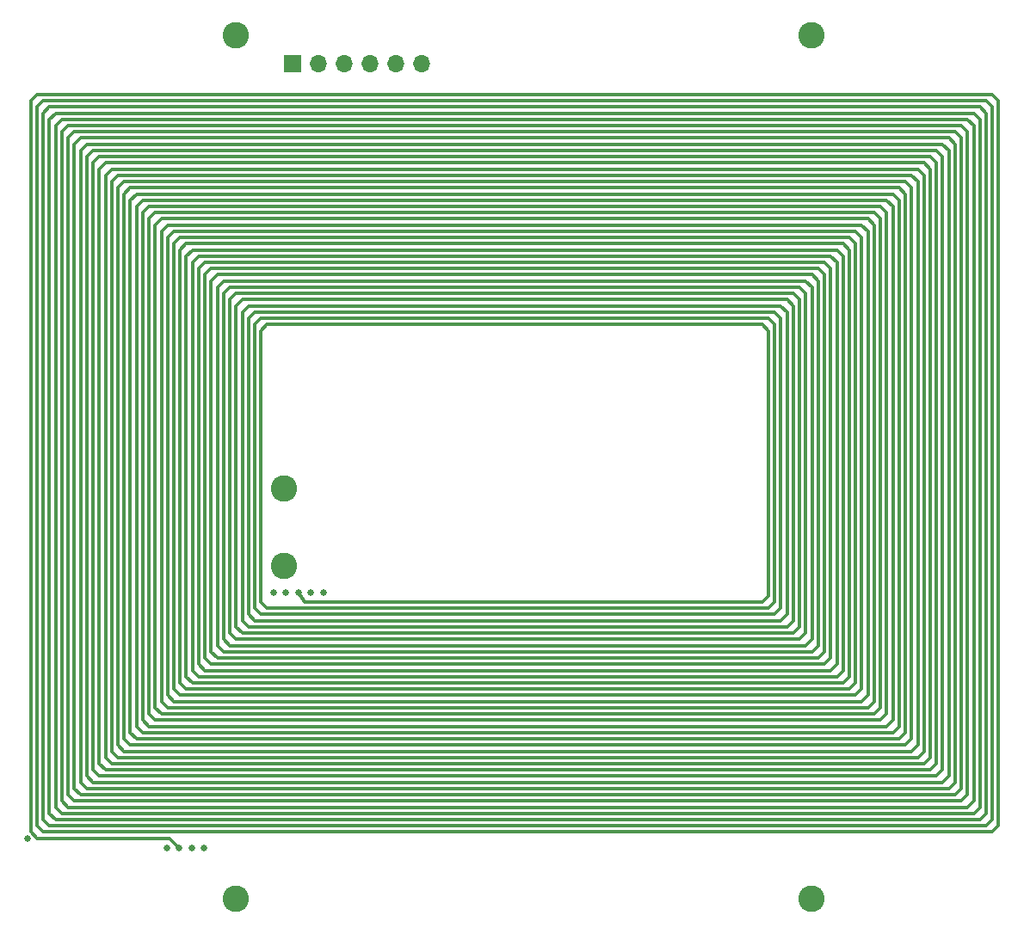
<source format=gbr>
%TF.GenerationSoftware,KiCad,Pcbnew,(6.0.5)*%
%TF.CreationDate,2022-08-19T16:14:06-07:00*%
%TF.ProjectId,Coil_Panels_Z,436f696c-5f50-4616-9e65-6c735f5a2e6b,rev?*%
%TF.SameCoordinates,Original*%
%TF.FileFunction,Copper,L3,Inr*%
%TF.FilePolarity,Positive*%
%FSLAX46Y46*%
G04 Gerber Fmt 4.6, Leading zero omitted, Abs format (unit mm)*
G04 Created by KiCad (PCBNEW (6.0.5)) date 2022-08-19 16:14:06*
%MOMM*%
%LPD*%
G01*
G04 APERTURE LIST*
%TA.AperFunction,ComponentPad*%
%ADD10C,2.600000*%
%TD*%
%TA.AperFunction,ComponentPad*%
%ADD11R,1.700000X1.700000*%
%TD*%
%TA.AperFunction,ComponentPad*%
%ADD12O,1.700000X1.700000*%
%TD*%
%TA.AperFunction,ViaPad*%
%ADD13C,0.650000*%
%TD*%
%TA.AperFunction,Conductor*%
%ADD14C,0.306000*%
%TD*%
G04 APERTURE END LIST*
D10*
%TO.N,unconnected-(H1-Pad1)*%
%TO.C,H1*%
X119708000Y-136558000D03*
%TD*%
%TO.N,Coil_IN*%
%TO.C,TP1*%
X124500000Y-96190000D03*
X124500000Y-103810000D03*
%TD*%
D11*
%TO.N,Net-(J1-Pad1)*%
%TO.C,J1*%
X125310000Y-54370000D03*
D12*
%TO.N,Net-(J1-Pad2)*%
X127850000Y-54370000D03*
%TO.N,Net-(J1-Pad3)*%
X130390000Y-54370000D03*
%TO.N,Net-(J1-Pad4)*%
X132930000Y-54370000D03*
%TO.N,Net-(J1-Pad5)*%
X135470000Y-54370000D03*
%TO.N,Net-(J1-Pad6)*%
X138010000Y-54370000D03*
%TD*%
D10*
%TO.N,unconnected-(H4-Pad1)*%
%TO.C,H4*%
X176382000Y-136558000D03*
%TD*%
%TO.N,unconnected-(H2-Pad1)*%
%TO.C,H2*%
X119708000Y-51558000D03*
%TD*%
%TO.N,unconnected-(H3-Pad1)*%
%TO.C,H3*%
X176382000Y-51558000D03*
%TD*%
D13*
%TO.N,Coil_IN*%
X124656000Y-106452799D03*
X125880000Y-106452799D03*
X112930000Y-131544800D03*
X128328000Y-106452799D03*
X115378000Y-131544800D03*
X116602000Y-131544800D03*
X99260000Y-130650000D03*
X114154000Y-131544800D03*
X123432000Y-106452799D03*
X127104000Y-106452799D03*
%TD*%
D14*
%TO.N,Coil_IN*%
X120372000Y-77598800D02*
X173980000Y-77598800D01*
X183772000Y-118386800D02*
X183160000Y-118998800D01*
X109356000Y-67806800D02*
X109968000Y-67194800D01*
X173980000Y-108594800D02*
X173368000Y-109206800D01*
X106908000Y-65358800D02*
X107520000Y-64746800D01*
X113640000Y-70866800D02*
X180712000Y-70866800D01*
X186832000Y-65970800D02*
X186832000Y-121446800D01*
X100176000Y-58626800D02*
X100176000Y-129402800D01*
X173980000Y-77598800D02*
X174592000Y-78210800D01*
X192952000Y-127566800D02*
X192340000Y-128178800D01*
X115475999Y-72702800D02*
X178876000Y-72702800D01*
X180712000Y-116550800D02*
X114252000Y-116550800D01*
X119760000Y-78210800D02*
X119760000Y-109818800D01*
X103848000Y-62298800D02*
X104460000Y-61686800D01*
X191728000Y-127566800D02*
X103236000Y-127566800D01*
X178264000Y-73314800D02*
X178876000Y-73926799D01*
X189280000Y-62298800D02*
X189892000Y-62910800D01*
X171532000Y-80046800D02*
X172144000Y-80658799D01*
X177040000Y-111654800D02*
X176428000Y-112266800D01*
X181324000Y-117162800D02*
X113640000Y-117162800D01*
X188668000Y-123282800D02*
X188056000Y-123894800D01*
X194176000Y-128790800D02*
X193564000Y-129402800D01*
X173368000Y-79434799D02*
X173368000Y-107982800D01*
X104460000Y-62910800D02*
X105072000Y-62298800D01*
X100176000Y-57402800D02*
X194176000Y-57402800D01*
X105684000Y-125118800D02*
X105072000Y-124506800D01*
X101400000Y-58626800D02*
X192951999Y-58626800D01*
X194176000Y-130014800D02*
X100788000Y-130014800D01*
X110580000Y-120222800D02*
X109968000Y-119610800D01*
X114252000Y-72702799D02*
X114864000Y-72090799D01*
X192340000Y-126954800D02*
X191728000Y-127566800D01*
X192340000Y-59238800D02*
X192952000Y-59850800D01*
X172144000Y-107982800D02*
X122820000Y-107982800D01*
X189279999Y-123894800D02*
X188668000Y-124506800D01*
X177040000Y-75762799D02*
X177040000Y-111654800D01*
X174592000Y-78210800D02*
X174592000Y-109206800D01*
X102624000Y-128178800D02*
X102012000Y-127566800D01*
X106296000Y-63522800D02*
X188056000Y-63522800D01*
X111804000Y-70254800D02*
X112415999Y-69642800D01*
X105683999Y-62910800D02*
X188668000Y-62910800D01*
X182548000Y-118386800D02*
X112416000Y-118386800D01*
X118536000Y-112266800D02*
X117924000Y-111654800D01*
X114864000Y-115938800D02*
X114252000Y-115326800D01*
X114864000Y-72090799D02*
X179487999Y-72090799D01*
X179487999Y-73314800D02*
X179487999Y-114102800D01*
X116088000Y-73314800D02*
X178264000Y-73314800D01*
X174592000Y-109206800D02*
X173980000Y-109818800D01*
X105072000Y-125730800D02*
X104460000Y-125118800D01*
X186219999Y-120834800D02*
X185608000Y-121446800D01*
X191728000Y-126342800D02*
X191116000Y-126954800D01*
X175204000Y-111042800D02*
X119760000Y-111042800D01*
X182548000Y-69030800D02*
X183159999Y-69642800D01*
X172755999Y-80046800D02*
X172755999Y-107370800D01*
X119148000Y-77598800D02*
X119760000Y-76986800D01*
X185608000Y-120222800D02*
X184996000Y-120834800D01*
X177652000Y-73926800D02*
X178264000Y-74538800D01*
X184996000Y-67806800D02*
X184996000Y-119610800D01*
X105072000Y-63522800D02*
X105683999Y-62910800D01*
X181324000Y-115938800D02*
X180712000Y-116550800D01*
X181936000Y-70866800D02*
X181936000Y-116550800D01*
X111192000Y-69642800D02*
X111192000Y-118386800D01*
X180100000Y-115938800D02*
X114864000Y-115938800D01*
X192951999Y-128790800D02*
X102012000Y-128790800D01*
X106296000Y-124506800D02*
X105684000Y-123894800D01*
X188668000Y-62910800D02*
X189279999Y-63522800D01*
X173980000Y-78822800D02*
X173980000Y-108594800D01*
X122820000Y-80046800D02*
X171532000Y-80046800D01*
X193563999Y-59238800D02*
X193563999Y-128178800D01*
X191728000Y-61074800D02*
X191728000Y-126342800D01*
X178264000Y-112878800D02*
X177652000Y-113490800D01*
X183160000Y-68418800D02*
X183772000Y-69030800D01*
X109356000Y-66582800D02*
X184996000Y-66582800D01*
X120372000Y-78822800D02*
X120984000Y-78210800D01*
X108744000Y-67194800D02*
X108744000Y-120834800D01*
X121596000Y-78822800D02*
X172756000Y-78822800D01*
X177652000Y-112266800D02*
X177040000Y-112878800D01*
X122820000Y-107982800D02*
X122208000Y-107370800D01*
X119148000Y-76374800D02*
X175204000Y-76374800D01*
X184384000Y-118998800D02*
X183772000Y-119610800D01*
X173980000Y-109818800D02*
X120984000Y-109818800D01*
X109968000Y-68418800D02*
X109968000Y-119610800D01*
X186832000Y-121446800D02*
X186220000Y-122058800D01*
X121596000Y-109206800D02*
X120984000Y-108594800D01*
X183772000Y-119610800D02*
X111192000Y-119610800D01*
X117312000Y-75762799D02*
X117924000Y-75150800D01*
X175816000Y-111654800D02*
X119148000Y-111654800D01*
X103236000Y-60462800D02*
X191116000Y-60462800D01*
X179487999Y-114102800D02*
X178876000Y-114714800D01*
X176428000Y-75150800D02*
X177040000Y-75762799D01*
X172144000Y-80658799D02*
X172144000Y-106758800D01*
X110580000Y-69030800D02*
X111192000Y-68418800D01*
X108743999Y-65970800D02*
X185608000Y-65970800D01*
X191116000Y-61686800D02*
X191116000Y-125730800D01*
X113236000Y-130626800D02*
X114154000Y-131544800D01*
X111804000Y-69030800D02*
X182548000Y-69030800D01*
X110580000Y-69030800D02*
X110580000Y-118998800D01*
X105684000Y-64134800D02*
X105684000Y-123894800D01*
X99564000Y-58014800D02*
X100176000Y-57402800D01*
X187444000Y-123282800D02*
X107520000Y-123282800D01*
X112416000Y-70866800D02*
X112416000Y-117162800D01*
X192340000Y-128178800D02*
X102624000Y-128178800D01*
X99564000Y-58014800D02*
X99564000Y-130014800D01*
X194788000Y-58014800D02*
X194788000Y-129402800D01*
X120984000Y-79434799D02*
X120984000Y-108594800D01*
X180712000Y-70866800D02*
X181324000Y-71478800D01*
X116088000Y-114714800D02*
X115476000Y-114102800D01*
X107520000Y-123282800D02*
X106908000Y-122670800D01*
X182548000Y-117162800D02*
X181936000Y-117774800D01*
X172755999Y-107370800D02*
X172144000Y-107982800D01*
X99564000Y-130014800D02*
X100176000Y-130626800D01*
X174592000Y-76986800D02*
X175204000Y-77598800D01*
X193563999Y-128178800D02*
X192951999Y-128790800D01*
X103848000Y-126954800D02*
X103236000Y-126342800D01*
X116088000Y-74538800D02*
X116088000Y-113490800D01*
X100176000Y-130626800D02*
X113236000Y-130626800D01*
X171532000Y-107370800D02*
X126492000Y-107370800D01*
X116700000Y-114102800D02*
X116088000Y-113490800D01*
X103848000Y-62298800D02*
X103848000Y-125730800D01*
X117312000Y-74538800D02*
X177040000Y-74538800D01*
X119760000Y-76986800D02*
X174592000Y-76986800D01*
X192952000Y-59850800D02*
X192952000Y-127566800D01*
X177040000Y-112878800D02*
X117924000Y-112878800D01*
X119760000Y-78210800D02*
X120372000Y-77598800D01*
X102624000Y-61074800D02*
X103236000Y-60462800D01*
X103236000Y-61686800D02*
X103848000Y-61074800D01*
X102624000Y-61074800D02*
X102624000Y-126954800D01*
X102012000Y-128790800D02*
X101400000Y-128178800D01*
X179487999Y-115326800D02*
X115476000Y-115326800D01*
X116700000Y-73926800D02*
X177652000Y-73926800D01*
X173368000Y-78210800D02*
X173980000Y-78822800D01*
X106296000Y-64746800D02*
X106908000Y-64134800D01*
X120984000Y-109818800D02*
X120372000Y-109206800D01*
X119760000Y-111042800D02*
X119148000Y-110430800D01*
X105072000Y-63522800D02*
X105072000Y-124506800D01*
X172756000Y-108594800D02*
X122208000Y-108594800D01*
X181324000Y-71478800D02*
X181324000Y-115938800D01*
X184996000Y-66582800D02*
X185608000Y-67194800D01*
X115476000Y-73926799D02*
X116088000Y-73314800D01*
X194176000Y-58626800D02*
X194176000Y-128790800D01*
X176428000Y-112266800D02*
X118536000Y-112266800D01*
X116700000Y-75150800D02*
X116700000Y-112878800D01*
X189280000Y-125118800D02*
X105684000Y-125118800D01*
X109356000Y-121446800D02*
X108744000Y-120834800D01*
X172144000Y-79434800D02*
X172755999Y-80046800D01*
X108132000Y-66582800D02*
X108132000Y-121446800D01*
X190504000Y-125118800D02*
X189892000Y-125730800D01*
X186220000Y-122058800D02*
X108744000Y-122058800D01*
X109968000Y-120834800D02*
X109356000Y-120222800D01*
X109356000Y-67806800D02*
X109356000Y-120222800D01*
X115476000Y-115326800D02*
X114864000Y-114714800D01*
X108132000Y-65358800D02*
X186220000Y-65358800D01*
X186832000Y-64746800D02*
X187444000Y-65358800D01*
X180099999Y-114714800D02*
X179487999Y-115326800D01*
X101400000Y-129402800D02*
X100788000Y-128790800D01*
X100788000Y-58014800D02*
X193564000Y-58014800D01*
X105072000Y-62298800D02*
X189280000Y-62298800D01*
X183160000Y-118998800D02*
X111804000Y-118998800D01*
X190504000Y-126342800D02*
X104460000Y-126342800D01*
X104460000Y-61686800D02*
X189892000Y-61686800D01*
X104460000Y-126342800D02*
X103848000Y-125730800D01*
X188056000Y-123894800D02*
X106908000Y-123894800D01*
X192951999Y-58626800D02*
X193563999Y-59238800D01*
X175204000Y-109818800D02*
X174592000Y-110430800D01*
X191116000Y-126954800D02*
X103848000Y-126954800D01*
X182548000Y-70254800D02*
X182548000Y-117162800D01*
X185608000Y-65970800D02*
X186219999Y-66582800D01*
X185608000Y-67194800D02*
X185608000Y-120222800D01*
X184384000Y-67194800D02*
X184996000Y-67806800D01*
X178876000Y-73926799D02*
X178876000Y-113490800D01*
X188056000Y-122670800D02*
X187444000Y-123282800D01*
X194788000Y-129402800D02*
X194176000Y-130014800D01*
X101400000Y-59850800D02*
X102011999Y-59238800D01*
X107520000Y-64746800D02*
X186832000Y-64746800D01*
X100176000Y-58626800D02*
X100788000Y-58014800D01*
X181936000Y-116550800D02*
X181324000Y-117162800D01*
X194176000Y-57402800D02*
X194788000Y-58014800D01*
X107520000Y-65970800D02*
X108132000Y-65358800D01*
X178876000Y-114714800D02*
X116088000Y-114714800D01*
X122207999Y-79434800D02*
X172144000Y-79434800D01*
X104460000Y-62910800D02*
X104460000Y-125118800D01*
X189892000Y-125730800D02*
X105072000Y-125730800D01*
X113028000Y-117774800D02*
X112416000Y-117162800D01*
X126492000Y-107370800D02*
X125880000Y-106452799D01*
X113640000Y-117162800D02*
X113028000Y-116550800D01*
X110580000Y-67806800D02*
X183772000Y-67806800D01*
X177652000Y-113490800D02*
X117312000Y-113490800D01*
X181936000Y-69642800D02*
X182548000Y-70254800D01*
X114864000Y-73314800D02*
X115475999Y-72702800D01*
X118536000Y-75762800D02*
X175816000Y-75762800D01*
X114864000Y-73314800D02*
X114864000Y-114714800D01*
X100788000Y-59238800D02*
X101400000Y-58626800D01*
X176427999Y-111042800D02*
X175816000Y-111654800D01*
X108132000Y-66582800D02*
X108743999Y-65970800D01*
X187444000Y-122058800D02*
X186832000Y-122670800D01*
X175816000Y-75762800D02*
X176427999Y-76374800D01*
X111192000Y-69642800D02*
X111804000Y-69030800D01*
X111804000Y-118998800D02*
X111192000Y-118386800D01*
X172144000Y-106758800D02*
X171532000Y-107370800D01*
X103236000Y-61686800D02*
X103236000Y-126342800D01*
X186832000Y-122670800D02*
X108132000Y-122670800D01*
X180712000Y-115326800D02*
X180100000Y-115938800D01*
X189892000Y-124506800D02*
X189280000Y-125118800D01*
X185608000Y-121446800D02*
X109356000Y-121446800D01*
X106908000Y-65358800D02*
X106908000Y-122670800D01*
X113028000Y-70254800D02*
X181324000Y-70254800D01*
X107520000Y-65970800D02*
X107520000Y-122058800D01*
X184384000Y-68418800D02*
X184384000Y-118998800D01*
X173368000Y-107982800D02*
X172756000Y-108594800D01*
X175816000Y-110430800D02*
X175204000Y-111042800D01*
X121596000Y-80046800D02*
X122207999Y-79434800D01*
X113640000Y-72090799D02*
X114252000Y-71478800D01*
X179487999Y-72090799D02*
X180099999Y-72702799D01*
X117924000Y-76374800D02*
X117924000Y-111654800D01*
X175204000Y-76374800D02*
X175816000Y-76986800D01*
X122208000Y-80658799D02*
X122820000Y-80046800D01*
X181936000Y-117774800D02*
X113028000Y-117774800D01*
X117312000Y-113490800D02*
X116700000Y-112878800D01*
X120984000Y-78210800D02*
X173368000Y-78210800D01*
X186220000Y-65358800D02*
X186832000Y-65970800D01*
X102012000Y-60462800D02*
X102624000Y-59850800D01*
X184996000Y-120834800D02*
X109968000Y-120834800D01*
X183159999Y-69642800D02*
X183159999Y-117774800D01*
X117924000Y-75150800D02*
X176428000Y-75150800D01*
X101400000Y-59850800D02*
X101400000Y-128178800D01*
X117924000Y-76374800D02*
X118536000Y-75762800D01*
X187444000Y-64134800D02*
X188056000Y-64746800D01*
X113028000Y-71478800D02*
X113640000Y-70866800D01*
X120372000Y-78822800D02*
X120372000Y-109206800D01*
X112416000Y-70866800D02*
X113028000Y-70254800D01*
X100788000Y-130014800D02*
X100176000Y-129402800D01*
X172756000Y-78822800D02*
X173368000Y-79434799D01*
X178876000Y-72702800D02*
X179487999Y-73314800D01*
X112415999Y-69642800D02*
X181936000Y-69642800D01*
X115476000Y-73926799D02*
X115476000Y-114102800D01*
X183772000Y-69030800D02*
X183772000Y-118386800D01*
X178264000Y-114102800D02*
X116700000Y-114102800D01*
X192340000Y-60462800D02*
X192340000Y-126954800D01*
X190504000Y-61074800D02*
X191116000Y-61686800D01*
X109968000Y-68418800D02*
X110580000Y-67806800D01*
X175816000Y-76986800D02*
X175816000Y-110430800D01*
X120984000Y-79434799D02*
X121596000Y-78822800D01*
X191728000Y-59850800D02*
X192340000Y-60462800D01*
X114252000Y-116550800D02*
X113640000Y-115938800D01*
X188056000Y-64746800D02*
X188056000Y-122670800D01*
X102011999Y-59238800D02*
X192340000Y-59238800D01*
X183159999Y-117774800D02*
X182548000Y-118386800D01*
X181324000Y-70254800D02*
X181936000Y-70866800D01*
X113640000Y-72090799D02*
X113640000Y-115938800D01*
X189279999Y-63522800D02*
X189279999Y-123894800D01*
X188056000Y-63522800D02*
X188668000Y-64134800D01*
X102012000Y-60462800D02*
X102012000Y-127566800D01*
X180712000Y-72090799D02*
X180712000Y-115326800D01*
X117312000Y-75762799D02*
X117312000Y-112266800D01*
X189892000Y-61686800D02*
X190504000Y-62298800D01*
X102624000Y-59850800D02*
X191728000Y-59850800D01*
X106908000Y-64134800D02*
X187444000Y-64134800D01*
X193564000Y-58014800D02*
X194176000Y-58626800D01*
X190504000Y-62298800D02*
X190504000Y-125118800D01*
X178876000Y-113490800D02*
X178264000Y-114102800D01*
X114252000Y-72702799D02*
X114252000Y-115326800D01*
X118536000Y-76986800D02*
X118536000Y-111042800D01*
X114252000Y-71478800D02*
X180100000Y-71478800D01*
X122208000Y-80658799D02*
X122208000Y-107370800D01*
X105684000Y-64134800D02*
X106296000Y-63522800D01*
X109968000Y-67194800D02*
X184384000Y-67194800D01*
X187444000Y-65358800D02*
X187444000Y-122058800D01*
X106296000Y-64746800D02*
X106296000Y-123282800D01*
X175204000Y-77598800D02*
X175204000Y-109818800D01*
X119148000Y-111654800D02*
X118536000Y-111042800D01*
X116088000Y-74538800D02*
X116700000Y-73926800D01*
X191116000Y-125730800D02*
X190504000Y-126342800D01*
X177040000Y-74538800D02*
X177652000Y-75150800D01*
X119148000Y-77598800D02*
X119148000Y-110430800D01*
X111192000Y-119610800D02*
X110580000Y-118998800D01*
X121596000Y-80046800D02*
X121596000Y-107982800D01*
X186219999Y-66582800D02*
X186219999Y-120834800D01*
X103236000Y-127566800D02*
X102624000Y-126954800D01*
X189892000Y-62910800D02*
X189892000Y-124506800D01*
X191116000Y-60462800D02*
X191728000Y-61074800D01*
X188668000Y-124506800D02*
X106296000Y-124506800D01*
X122208000Y-108594800D02*
X121596000Y-107982800D01*
X112416000Y-118386800D02*
X111804000Y-117774800D01*
X184996000Y-119610800D02*
X184384000Y-120222800D01*
X108744000Y-67194800D02*
X109356000Y-66582800D01*
X177652000Y-75150800D02*
X177652000Y-112266800D01*
X118536000Y-76986800D02*
X119148000Y-76374800D01*
X108744000Y-122058800D02*
X108132000Y-121446800D01*
X174592000Y-110430800D02*
X120372000Y-110430800D01*
X111804000Y-70254800D02*
X111804000Y-117774800D01*
X120372000Y-110430800D02*
X119760000Y-109818800D01*
X106908000Y-123894800D02*
X106296000Y-123282800D01*
X111192000Y-68418800D02*
X183160000Y-68418800D01*
X117924000Y-112878800D02*
X117312000Y-112266800D01*
X188668000Y-64134800D02*
X188668000Y-123282800D01*
X176427999Y-76374800D02*
X176427999Y-111042800D01*
X180100000Y-71478800D02*
X180712000Y-72090799D01*
X173368000Y-109206800D02*
X121596000Y-109206800D01*
X116700000Y-75150800D02*
X117312000Y-74538800D01*
X193564000Y-129402800D02*
X101400000Y-129402800D01*
X103848000Y-61074800D02*
X190504000Y-61074800D01*
X108132000Y-122670800D02*
X107520000Y-122058800D01*
X180099999Y-72702799D02*
X180099999Y-114714800D01*
X178264000Y-74538800D02*
X178264000Y-112878800D01*
X113028000Y-71478800D02*
X113028000Y-116550800D01*
X184384000Y-120222800D02*
X110580000Y-120222800D01*
X183772000Y-67806800D02*
X184384000Y-68418800D01*
X100788000Y-59238800D02*
X100788000Y-128790800D01*
%TD*%
M02*

</source>
